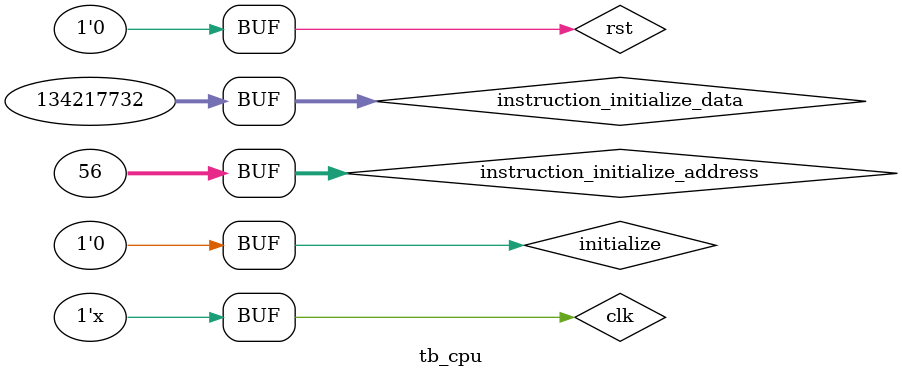
<source format=v>
`timescale 1ns / 1ns


module tb_cpu;

	// Inputs
	reg rst;
	reg clk;
	reg initialize;
	reg [31:0] instruction_initialize_data;
	reg [31:0] instruction_initialize_address;

	// Instantiate the Unit Under Test (UUT)
	cpu uut (
		.rst(rst), 
		.clk(clk), 
		.initialize(initialize), 
		.instruction_initialize_data(instruction_initialize_data), 
		.instruction_initialize_address(instruction_initialize_address)
	);

	initial begin
		// Initialize Inputs
		rst = 1;
		clk = 0;
		initialize = 1;
		instruction_initialize_data = 0;
		instruction_initialize_address = 0;

		#100;
      
		instruction_initialize_address = 0;
		instruction_initialize_data = 32'b000000_00000_00010_00001_00000_10_0000;      // ADD R1, R0, R2
		#20;
		instruction_initialize_address = 4;
		instruction_initialize_data = 32'b000000_00100_00100_01000_00000_10_0010;      // SUB R8, R4, R4
		#20;
		instruction_initialize_address = 8;
		instruction_initialize_data = 32'b000000_00101_00110_00111_00000_10_0101;      // OR R7, R5, R6
		#20;
		instruction_initialize_address = 12;
		instruction_initialize_data = 32'b101011_00000_01001_00000_00000_00_1100;      // SW R9, 12(R0)
		#20;
		instruction_initialize_address = 16;
		instruction_initialize_data = 32'b100011_00000_01100_00000_00000_00_1100;      // LW R12, 12(R0)
		#20	
        instruction_initialize_address = 20;
		instruction_initialize_data = 32'b000100_00000_00000_11111_11111_11_1111;      // BEQ R0, R0, -1
		#20;
		
		
		instruction_initialize_address = 24;
		instruction_initialize_data = 32'b000000_00101_00110_01110_00000_10_0100;      // AND R14, R5, R6
		#20 
		instruction_initialize_address = 28;
		instruction_initialize_data = 32'b000000_10011_10010_10100_00000_10_0111;     // NOR R10, R10, R11
		#20
		instruction_initialize_address = 32;
		instruction_initialize_data = 32'b000000_00001_00010_00110_00000_10_0111;     // XOR R6, R1, R0
		#20
		instruction_initialize_address = 36;
		instruction_initialize_data = 32'b000000_00010_00011_00001_00000_10_1010;     // SLT R1, R2, R3
		
		
        #20
        instruction_initialize_address = 40;
		instruction_initialize_data = 32'b00_1000_00001_00000_0000000000000001;      // ADDI R0, R1, 1
		#20
		instruction_initialize_address = 44;
		instruction_initialize_data = 32'b00_1100_00001_00000_0000000000000001;      // ANDI R0, R1, 1
		#20
		instruction_initialize_address = 48;
		instruction_initialize_data = 32'b00_1111_00001_00001_0000000000000001;      // LUI R0, 1
		
		
		#20 
		instruction_initialize_address = 52;
		instruction_initialize_data = 32'b00_0011_00000_00001_0000000000000000;      // BNE R0, R1, 0
		#20
		instruction_initialize_address = 56;
		instruction_initialize_data = 32'b00_0010_00000_00000_0000000000000100;      // J 4
		
		
		initialize = 0;
		rst = 0;
		
	end
      
always
#5 clk = ~clk;
endmodule


</source>
